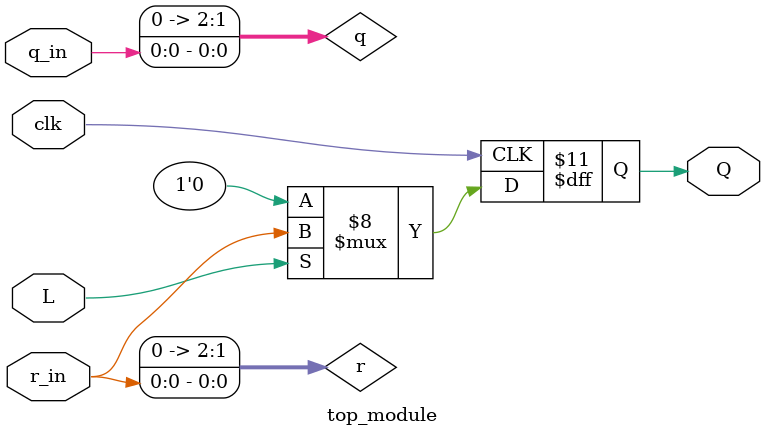
<source format=sv>
module flipflop(input clk, input D, output reg Q);

	always @(posedge clk)
	begin
		Q <= D;
	end

endmodule
module mux_2to1(input a, input b, input sel, output reg out);

	always @(a or b or sel)
	begin
		out <= (sel == 0) ? a : b;
	end

endmodule
module top_module(
	input clk,
	input L,
	input q_in,
	input r_in,
	output reg Q);

	wire [2:0] r;
	wire [2:0] q;
	
	flipflop ff1 (.clk(clk), .D(q[0]), .Q(q[0]));
	flipflop ff2 (.clk(clk), .D(q[1]), .Q(q[1]));
	flipflop ff3 (.clk(clk), .D(q[2]), .Q(q[2]));
	
	mux_2to1 mux1 (.a(q[1]), .b(q[2]), .sel(L), .out(q[0]));
	
	assign r = r_in;
	assign q = q_in;
	
	always @(posedge clk)
	begin
		if (L)
		begin
			Q <= r;
		end
		else
		begin
			Q <= {q[1] ^ q[2], q[0], q[2]};
		end
	end

endmodule

</source>
